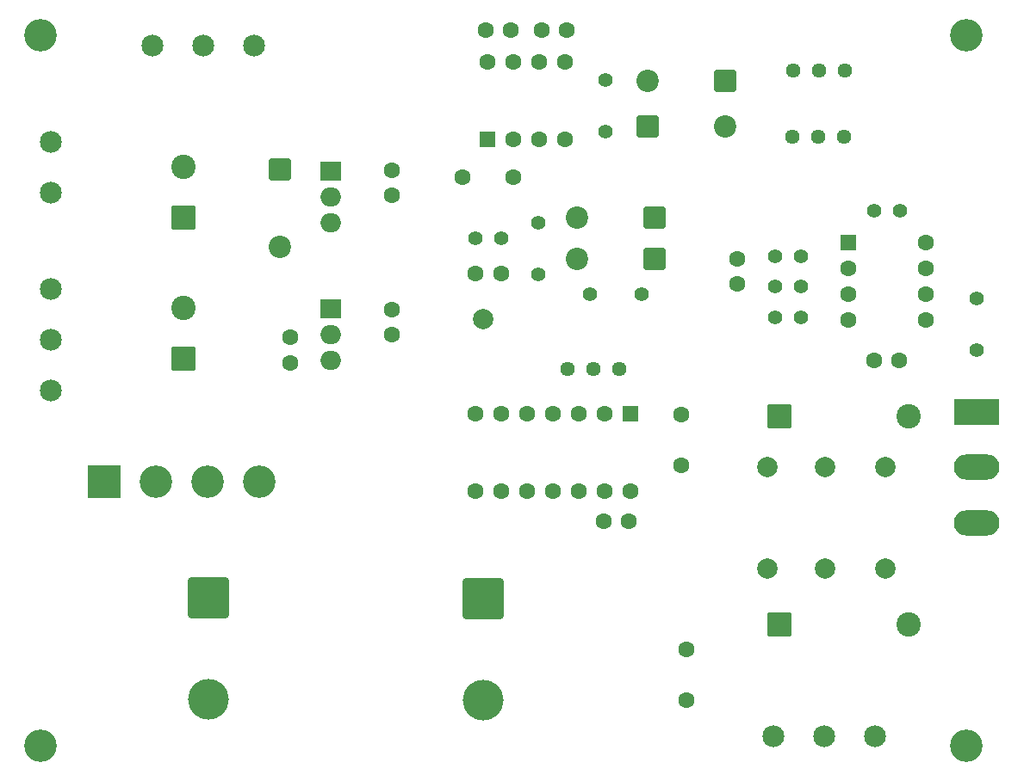
<source format=gts>
G04 #@! TF.GenerationSoftware,KiCad,Pcbnew,9.0.2*
G04 #@! TF.CreationDate,2025-07-06T18:44:46-06:00*
G04 #@! TF.ProjectId,MMS_SSTC,4d4d535f-5353-4544-932e-6b696361645f,0.0.0*
G04 #@! TF.SameCoordinates,Original*
G04 #@! TF.FileFunction,Soldermask,Top*
G04 #@! TF.FilePolarity,Negative*
%FSLAX46Y46*%
G04 Gerber Fmt 4.6, Leading zero omitted, Abs format (unit mm)*
G04 Created by KiCad (PCBNEW 9.0.2) date 2025-07-06 18:44:46*
%MOMM*%
%LPD*%
G01*
G04 APERTURE LIST*
G04 Aperture macros list*
%AMRoundRect*
0 Rectangle with rounded corners*
0 $1 Rounding radius*
0 $2 $3 $4 $5 $6 $7 $8 $9 X,Y pos of 4 corners*
0 Add a 4 corners polygon primitive as box body*
4,1,4,$2,$3,$4,$5,$6,$7,$8,$9,$2,$3,0*
0 Add four circle primitives for the rounded corners*
1,1,$1+$1,$2,$3*
1,1,$1+$1,$4,$5*
1,1,$1+$1,$6,$7*
1,1,$1+$1,$8,$9*
0 Add four rect primitives between the rounded corners*
20,1,$1+$1,$2,$3,$4,$5,0*
20,1,$1+$1,$4,$5,$6,$7,0*
20,1,$1+$1,$6,$7,$8,$9,0*
20,1,$1+$1,$8,$9,$2,$3,0*%
G04 Aperture macros list end*
%ADD10C,1.400000*%
%ADD11C,1.440000*%
%ADD12C,1.600000*%
%ADD13RoundRect,0.250000X-0.550000X-0.550000X0.550000X-0.550000X0.550000X0.550000X-0.550000X0.550000X0*%
%ADD14RoundRect,0.250000X-1.750000X1.750000X-1.750000X-1.750000X1.750000X-1.750000X1.750000X1.750000X0*%
%ADD15C,4.000000*%
%ADD16RoundRect,0.249999X-0.850001X0.850001X-0.850001X-0.850001X0.850001X-0.850001X0.850001X0.850001X0*%
%ADD17C,2.200000*%
%ADD18C,3.200000*%
%ADD19C,2.154000*%
%ADD20C,2.000000*%
%ADD21RoundRect,0.250001X0.949999X-0.949999X0.949999X0.949999X-0.949999X0.949999X-0.949999X-0.949999X0*%
%ADD22C,2.400000*%
%ADD23RoundRect,0.250001X-0.949999X-0.949999X0.949999X-0.949999X0.949999X0.949999X-0.949999X0.949999X0*%
%ADD24R,2.000000X1.905000*%
%ADD25O,2.000000X1.905000*%
%ADD26RoundRect,0.249999X0.850001X0.850001X-0.850001X0.850001X-0.850001X-0.850001X0.850001X-0.850001X0*%
%ADD27RoundRect,0.249999X-0.850001X-0.850001X0.850001X-0.850001X0.850001X0.850001X-0.850001X0.850001X0*%
%ADD28RoundRect,0.250000X-0.550000X0.550000X-0.550000X-0.550000X0.550000X-0.550000X0.550000X0.550000X0*%
%ADD29R,4.500000X2.500000*%
%ADD30O,4.500000X2.500000*%
%ADD31RoundRect,0.250000X0.550000X-0.550000X0.550000X0.550000X-0.550000X0.550000X-0.550000X-0.550000X0*%
%ADD32R,3.200000X3.200000*%
G04 APERTURE END LIST*
D10*
X117960000Y-59000000D03*
X123040000Y-59000000D03*
X148460000Y-50770000D03*
X145920000Y-50770000D03*
D11*
X138000000Y-37000000D03*
X140540000Y-37000000D03*
X143080000Y-37000000D03*
D12*
X88500000Y-65750000D03*
X88500000Y-63250000D03*
X110500000Y-47500000D03*
X105500000Y-47500000D03*
D13*
X143380000Y-53960000D03*
D12*
X143380000Y-56500000D03*
X143380000Y-59040000D03*
X143380000Y-61580000D03*
X151000000Y-61580000D03*
X151000000Y-59040000D03*
X151000000Y-56500000D03*
X151000000Y-53960000D03*
D14*
X80500000Y-88894630D03*
D15*
X80500000Y-98894630D03*
D12*
X145935000Y-65540000D03*
X148435000Y-65540000D03*
D10*
X119500000Y-43000000D03*
X119500000Y-37920000D03*
D16*
X87550000Y-46730000D03*
D17*
X87550000Y-54350000D03*
D12*
X107750000Y-33055000D03*
X110250000Y-33055000D03*
D11*
X120875000Y-66370000D03*
X118335000Y-66370000D03*
X115795000Y-66370000D03*
D10*
X106730000Y-53500000D03*
X109270000Y-53500000D03*
D18*
X64000000Y-103500000D03*
D19*
X65000000Y-49000000D03*
X65000000Y-44000000D03*
D20*
X141100000Y-76000000D03*
X141100000Y-86000000D03*
D12*
X127500000Y-94000000D03*
X127500000Y-99000000D03*
X98550000Y-46790000D03*
X98550000Y-49290000D03*
D21*
X78000000Y-51500000D03*
D22*
X78000000Y-46500000D03*
D23*
X136650000Y-91500000D03*
D22*
X149350000Y-91500000D03*
D10*
X156000000Y-64540000D03*
X156000000Y-59460000D03*
D24*
X92550000Y-46920000D03*
D25*
X92550000Y-49460000D03*
X92550000Y-52000000D03*
D10*
X136185000Y-55270000D03*
X138725000Y-55270000D03*
D20*
X147000000Y-76000000D03*
X147000000Y-86000000D03*
D12*
X115750000Y-33055000D03*
X113250000Y-33055000D03*
X98550000Y-60500000D03*
X98550000Y-63000000D03*
D11*
X137920000Y-43500000D03*
X140460000Y-43500000D03*
X143000000Y-43500000D03*
D18*
X155000000Y-33500000D03*
D12*
X119325000Y-81375000D03*
X121825000Y-81375000D03*
D26*
X124310000Y-51500000D03*
D17*
X116690000Y-51500000D03*
D10*
X136185000Y-58270000D03*
X138725000Y-58270000D03*
D27*
X123690000Y-42500000D03*
D17*
X131310000Y-42500000D03*
D26*
X131310000Y-38000000D03*
D17*
X123690000Y-38000000D03*
D28*
X121995000Y-70750000D03*
D12*
X119455000Y-70750000D03*
X116915000Y-70750000D03*
X114375000Y-70750000D03*
X111835000Y-70750000D03*
X109295000Y-70750000D03*
X106755000Y-70750000D03*
X106755000Y-78370000D03*
X109295000Y-78370000D03*
X111835000Y-78370000D03*
X114375000Y-78370000D03*
X116915000Y-78370000D03*
X119455000Y-78370000D03*
X121995000Y-78370000D03*
D21*
X78000000Y-65323959D03*
D22*
X78000000Y-60323959D03*
D23*
X136650000Y-71000000D03*
D22*
X149350000Y-71000000D03*
D19*
X136000000Y-102500000D03*
X141000000Y-102500000D03*
X146000000Y-102500000D03*
D29*
X156000000Y-70600000D03*
D30*
X156000000Y-76050000D03*
X156000000Y-81500000D03*
D19*
X80000000Y-34500000D03*
X75000000Y-34500000D03*
X85000000Y-34500000D03*
D18*
X155000000Y-103500000D03*
D31*
X107960000Y-43805000D03*
D12*
X110500000Y-43805000D03*
X113040000Y-43805000D03*
X115580000Y-43805000D03*
X115580000Y-36185000D03*
X113040000Y-36185000D03*
X110500000Y-36185000D03*
X107960000Y-36185000D03*
D32*
X70250000Y-77450000D03*
D18*
X75330000Y-77450000D03*
X80410000Y-77450000D03*
X85490000Y-77450000D03*
D24*
X92550000Y-60420000D03*
D25*
X92550000Y-62960000D03*
X92550000Y-65500000D03*
D26*
X124310000Y-55500000D03*
D17*
X116690000Y-55500000D03*
D12*
X132500000Y-58000000D03*
X132500000Y-55500000D03*
D20*
X135415000Y-76000000D03*
X135415000Y-86000000D03*
X107500000Y-61500000D03*
D12*
X127000000Y-70875000D03*
X127000000Y-75875000D03*
D19*
X65000000Y-63500000D03*
X65000000Y-58500000D03*
X65000000Y-68500000D03*
D10*
X138725000Y-61270000D03*
X136185000Y-61270000D03*
X112960000Y-57040000D03*
X112960000Y-51960000D03*
D18*
X64000000Y-33500000D03*
D14*
X107500000Y-89000000D03*
D15*
X107500000Y-99000000D03*
D12*
X106750000Y-57000000D03*
X109250000Y-57000000D03*
M02*

</source>
